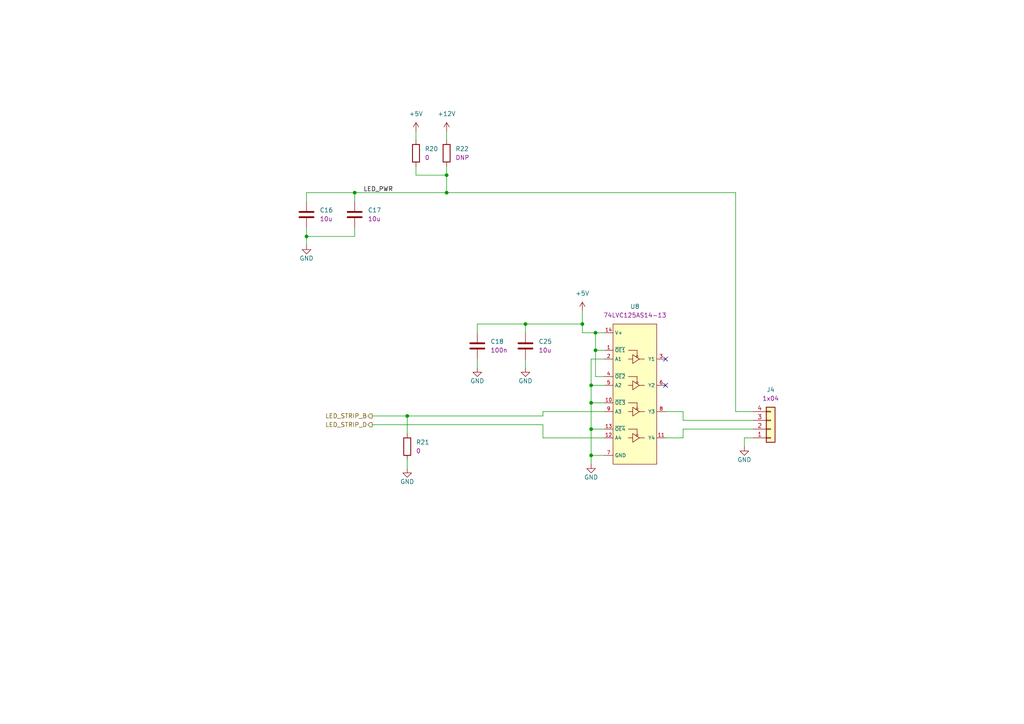
<source format=kicad_sch>
(kicad_sch (version 20230121) (generator eeschema)
  (paper "A4")
  (title_block (title "Gear Display Board") (date "2023-01-05") (rev "2.0") (company "Kallio Designs Oy") (comment 1 "Teemu Latonen") (comment 2 "000064") (comment 3 "000065"))
  (lib_symbols
    (symbol "KD_Capacitor:C_0603_100n_X7R_100V" (pin_numbers hide) (pin_names hide)
      (property "Reference" "C" (at 2.54 1.27 0))
      (property "Code" "100n" (at 2.54 -1.27 0))
      (symbol "C_0603_100n_X7R_100V_0_1"
        (polyline (pts (xy -2.032 -0.762) (xy 2.032 -0.762)) (stroke (width 0.508)))
        (polyline (pts (xy -2.032 0.762) (xy 2.032 0.762)) (stroke (width 0.508)))
      )
      (symbol "C_0603_100n_X7R_100V_1_1"
        (pin passive line (at 0 3.81 270) (length 2.794) (name "~") (number "1"))
        (pin passive line (at 0 -3.81 90) (length 2.794) (name "~") (number "2"))
      )
    )
    (symbol "KD_Capacitor:C_1206_10u_X5R_50V_automotive" (pin_numbers hide) (pin_names hide)
      (property "Reference" "C" (at 2.54 1.27 0))
      (property "Code" "10u" (at 2.54 -1.27 0))
      (symbol "C_1206_10u_X5R_50V_automotive_0_1"
        (polyline (pts (xy -2.032 -0.762) (xy 2.032 -0.762)) (stroke (width 0.508)))
        (polyline (pts (xy -2.032 0.762) (xy 2.032 0.762)) (stroke (width 0.508)))
      )
      (symbol "C_1206_10u_X5R_50V_automotive_1_1"
        (pin passive line (at 0 3.81 270) (length 2.794) (name "~") (number "1"))
        (pin passive line (at 0 -3.81 90) (length 2.794) (name "~") (number "2"))
      )
    )
    (symbol "KD_Connector_Screw:Con_Screw_1x04_691313510004" (pin_names hide)
      (property "Reference" "J" (at 7.366 -0.127 0))
      (property "Code" "1x04" (at 7.366 -2.667 0))
      (symbol "Con_Screw_1x04_691313510004_1_1"
        (rectangle (start 3.81 -7.493) (end 5.08 -7.747) (stroke (width 0.1524)))
        (rectangle (start 3.81 -4.953) (end 5.08 -5.207) (stroke (width 0.1524)))
        (rectangle (start 3.81 -2.413) (end 5.08 -2.667) (stroke (width 0.1524)))
        (rectangle (start 3.81 0.127) (end 5.08 -0.127) (stroke (width 0.1524)))
        (rectangle (start 3.81 1.27) (end 6.35 -8.89) (stroke (width 0.254)) (fill (type background)))
        (pin passive line (at 0 0 0) (length 3.81) (name "Pin_1") (number "1"))
        (pin passive line (at 0 -2.54 0) (length 3.81) (name "Pin_2") (number "2"))
        (pin passive line (at 0 -5.08 0) (length 3.81) (name "Pin_3") (number "3"))
        (pin passive line (at 0 -7.62 0) (length 3.81) (name "Pin_4") (number "4"))
      )
    )
    (symbol "KD_IC_Buffer_Driver_Interface:Buffer_74LVC125AS14-13_DIODES"
      (property "Reference" "U" (at 8.89 6.985 0))
      (property "Code" "74LVC125AS14-13" (at 8.89 4.445 0))
      (symbol "Buffer_74LVC125AS14-13_DIODES_0_1"
        (rectangle (start 2.54 2.54) (end 15.24 -38.1) (fill (type background)))
      )
      (symbol "Buffer_74LVC125AS14-13_DIODES_1_0"
        (polyline (pts (xy 6.985 -27.94) (xy 9.525 -27.94)))
        (polyline (pts (xy 6.985 -20.32) (xy 9.525 -20.32)))
        (polyline (pts (xy 6.985 -12.7) (xy 9.525 -12.7)))
        (polyline (pts (xy 6.985 -5.08) (xy 9.525 -5.08)))
        (polyline (pts (xy 8.255 -31.75) (xy 10.16 -30.48)))
        (polyline (pts (xy 8.255 -30.48) (xy 6.985 -30.48)))
        (polyline (pts (xy 8.255 -29.21) (xy 8.255 -31.75)))
        (polyline (pts (xy 8.255 -24.13) (xy 10.16 -22.86)))
        (polyline (pts (xy 8.255 -22.86) (xy 6.985 -22.86)))
        (polyline (pts (xy 8.255 -21.59) (xy 8.255 -24.13)))
        (polyline (pts (xy 8.255 -16.51) (xy 10.16 -15.24)))
        (polyline (pts (xy 8.255 -15.24) (xy 6.985 -15.24)))
        (polyline (pts (xy 8.255 -13.97) (xy 8.255 -16.51)))
        (polyline (pts (xy 8.255 -8.89) (xy 10.16 -7.62)))
        (polyline (pts (xy 8.255 -7.62) (xy 6.985 -7.62)))
        (polyline (pts (xy 8.255 -6.35) (xy 8.255 -8.89)))
        (polyline (pts (xy 9.525 -27.94) (xy 9.525 -29.464)))
        (polyline (pts (xy 9.525 -20.32) (xy 9.525 -21.844)))
        (polyline (pts (xy 9.525 -12.7) (xy 9.525 -14.224)))
        (polyline (pts (xy 9.525 -5.08) (xy 9.525 -6.604)))
        (polyline (pts (xy 10.16 -30.48) (xy 8.255 -29.21)))
        (polyline (pts (xy 10.16 -30.48) (xy 11.684 -30.48)))
        (polyline (pts (xy 10.16 -22.86) (xy 8.255 -21.59)))
        (polyline (pts (xy 10.16 -22.86) (xy 11.684 -22.86)))
        (polyline (pts (xy 10.16 -15.24) (xy 8.255 -13.97)))
        (polyline (pts (xy 10.16 -15.24) (xy 11.684 -15.24)))
        (polyline (pts (xy 10.16 -7.62) (xy 8.255 -6.35)))
        (polyline (pts (xy 10.16 -7.62) (xy 11.684 -7.62)))
      )
      (symbol "Buffer_74LVC125AS14-13_DIODES_1_1"
        (circle (center 9.525 -29.718) (radius 0.254))
        (circle (center 9.525 -22.098) (radius 0.254))
        (circle (center 9.525 -14.478) (radius 0.254))
        (circle (center 9.525 -6.858) (radius 0.254))
        (pin input line (at 0 -5.08 0) (length 2.54) (name "~{OE1}") (number "1"))
        (pin input line (at 0 -20.32 0) (length 2.54) (name "~{OE3}") (number "10"))
        (pin tri_state line (at 17.78 -30.48 180) (length 2.54) (name "Y4") (number "11"))
        (pin input line (at 0 -30.48 0) (length 2.54) (name "A4") (number "12"))
        (pin input line (at 0 -27.94 0) (length 2.54) (name "~{OE4}") (number "13"))
        (pin bidirectional line (at 0 0 0) (length 2.54) (name "V+") (number "14"))
        (pin input line (at 0 -7.62 0) (length 2.54) (name "A1") (number "2"))
        (pin tri_state line (at 17.78 -7.62 180) (length 2.54) (name "Y1") (number "3"))
        (pin input line (at 0 -12.7 0) (length 2.54) (name "~{OE2}") (number "4"))
        (pin input line (at 0 -15.24 0) (length 2.54) (name "A2") (number "5"))
        (pin tri_state line (at 17.78 -15.24 180) (length 2.54) (name "Y2") (number "6"))
        (pin input line (at 0 -35.56 0) (length 2.54) (name "GND") (number "7"))
        (pin tri_state line (at 17.78 -22.86 180) (length 2.54) (name "Y3") (number "8"))
        (pin input line (at 0 -22.86 0) (length 2.54) (name "A3") (number "9"))
      )
    )
    (symbol "KD_Resistor:R_0805_0_automotive" (pin_numbers hide) (pin_names hide)
      (property "Reference" "R" (at 1.905 1.27 0))
      (property "Code" "0" (at 1.905 -1.27 0))
      (symbol "R_0805_0_automotive_0_1"
        (rectangle (start -1.016 -2.54) (end 1.016 2.54) (stroke (width 0.254)))
      )
      (symbol "R_0805_0_automotive_1_1"
        (pin passive line (at 0 3.81 270) (length 1.27) (name "~") (number "1"))
        (pin passive line (at 0 -3.81 90) (length 1.27) (name "~") (number "2"))
      )
    )
    (symbol "KD_Resistor:R_0805_DNP" (pin_numbers hide) (pin_names hide)
      (property "Reference" "R" (at 1.905 1.27 0))
      (property "Code" "DNP" (at 1.905 -1.27 0))
      (symbol "R_0805_DNP_0_1"
        (rectangle (start -1.016 -2.54) (end 1.016 2.54) (stroke (width 0.254)))
      )
      (symbol "R_0805_DNP_1_1"
        (pin passive line (at 0 3.81 270) (length 1.27) (name "~") (number "1"))
        (pin passive line (at 0 -3.81 90) (length 1.27) (name "~") (number "2"))
      )
    )
    (symbol "power:+12V" (power) (pin_names (offset 0))
      (property "Value" "+12V" (at 0 3.556 0))
      (symbol "+12V_0_1"
        (polyline (pts (xy -0.762 1.27) (xy 0 2.54)))
        (polyline (pts (xy 0 0) (xy 0 2.54)))
        (polyline (pts (xy 0 2.54) (xy 0.762 1.27)))
      )
      (symbol "+12V_1_1"
        (pin power_in line (at 0 0 90) (length 0) hide (name "+12V") (number "1"))
      )
    )
    (symbol "power:+5V" (power) (pin_names (offset 0))
      (property "Value" "+5V" (at 0 3.556 0))
      (symbol "+5V_0_1"
        (polyline (pts (xy -0.762 1.27) (xy 0 2.54)))
        (polyline (pts (xy 0 0) (xy 0 2.54)))
        (polyline (pts (xy 0 2.54) (xy 0.762 1.27)))
      )
      (symbol "+5V_1_1"
        (pin power_in line (at 0 0 90) (length 0) hide (name "+5V") (number "1"))
      )
    )
    (symbol "power:GND" (power) (pin_names (offset 0))
      (property "Value" "GND" (at 0 -3.81 0))
      (symbol "GND_0_1"
        (polyline (pts (xy 0 0) (xy 0 -1.27) (xy 1.27 -1.27) (xy 0 -2.54) (xy -1.27 -1.27) (xy 0 -1.27)))
      )
      (symbol "GND_1_1"
        (pin power_in line (at 0 0 270) (length 0) hide (name "GND") (number "1"))
      )
    )
  )
  (junction (at 171.45 132.08))
  (junction (at 172.72 101.6))
  (junction (at 171.45 124.46))
  (junction (at 152.4 93.98))
  (junction (at 118.11 120.65))
  (junction (at 172.72 96.52))
  (junction (at 171.45 116.84))
  (junction (at 171.45 111.76))
  (junction (at 168.91 93.98))
  (junction (at 129.54 55.88))
  (junction (at 102.87 55.88))
  (junction (at 129.54 50.8))
  (junction (at 88.9 68.58))
  (no_connect (at 193.04 104.14))
  (no_connect (at 193.04 111.76))
  (wire (pts (xy 129.54 38.1) (xy 129.54 40.64)))
  (wire (pts (xy 198.12 119.38) (xy 198.12 121.92)))
  (wire (pts (xy 171.45 116.84) (xy 175.26 116.84)))
  (wire (pts (xy 102.87 55.88) (xy 102.87 58.42)))
  (wire (pts (xy 157.48 127) (xy 175.26 127)))
  (wire (pts (xy 120.65 50.8) (xy 129.54 50.8)))
  (wire (pts (xy 171.45 104.14) (xy 171.45 111.76)))
  (wire (pts (xy 120.65 48.26) (xy 120.65 50.8)))
  (wire (pts (xy 88.9 58.42) (xy 88.9 55.88)))
  (wire (pts (xy 152.4 104.14) (xy 152.4 106.68)))
  (wire (pts (xy 88.9 66.04) (xy 88.9 68.58)))
  (wire (pts (xy 198.12 124.46) (xy 198.12 127)))
  (wire (pts (xy 88.9 55.88) (xy 102.87 55.88)))
  (wire (pts (xy 171.45 132.08) (xy 171.45 134.62)))
  (wire (pts (xy 175.26 104.14) (xy 171.45 104.14)))
  (wire (pts (xy 218.44 127) (xy 215.9 127)))
  (wire (pts (xy 107.95 120.65) (xy 118.11 120.65)))
  (wire (pts (xy 171.45 124.46) (xy 171.45 132.08)))
  (wire (pts (xy 129.54 48.26) (xy 129.54 50.8)))
  (wire (pts (xy 218.44 119.38) (xy 213.36 119.38)))
  (wire (pts (xy 157.48 123.19) (xy 157.48 127)))
  (wire (pts (xy 198.12 127) (xy 193.04 127)))
  (wire (pts (xy 175.26 96.52) (xy 172.72 96.52)))
  (wire (pts (xy 88.9 68.58) (xy 102.87 68.58)))
  (wire (pts (xy 175.26 111.76) (xy 171.45 111.76)))
  (wire (pts (xy 102.87 66.04) (xy 102.87 68.58)))
  (wire (pts (xy 171.45 124.46) (xy 175.26 124.46)))
  (wire (pts (xy 118.11 133.35) (xy 118.11 135.89)))
  (wire (pts (xy 193.04 119.38) (xy 198.12 119.38)))
  (wire (pts (xy 118.11 120.65) (xy 118.11 125.73)))
  (wire (pts (xy 171.45 116.84) (xy 171.45 124.46)))
  (wire (pts (xy 118.11 120.65) (xy 157.48 120.65)))
  (wire (pts (xy 218.44 124.46) (xy 198.12 124.46)))
  (wire (pts (xy 172.72 96.52) (xy 172.72 101.6)))
  (wire (pts (xy 152.4 93.98) (xy 138.43 93.98)))
  (wire (pts (xy 129.54 50.8) (xy 129.54 55.88)))
  (wire (pts (xy 138.43 93.98) (xy 138.43 96.52)))
  (wire (pts (xy 172.72 96.52) (xy 168.91 96.52)))
  (wire (pts (xy 175.26 101.6) (xy 172.72 101.6)))
  (wire (pts (xy 152.4 93.98) (xy 168.91 93.98)))
  (wire (pts (xy 198.12 121.92) (xy 218.44 121.92)))
  (wire (pts (xy 175.26 109.22) (xy 172.72 109.22)))
  (wire (pts (xy 157.48 119.38) (xy 157.48 120.65)))
  (wire (pts (xy 107.95 123.19) (xy 157.48 123.19)))
  (wire (pts (xy 213.36 55.88) (xy 129.54 55.88)))
  (wire (pts (xy 213.36 119.38) (xy 213.36 55.88)))
  (wire (pts (xy 172.72 101.6) (xy 172.72 109.22)))
  (wire (pts (xy 171.45 111.76) (xy 171.45 116.84)))
  (wire (pts (xy 175.26 132.08) (xy 171.45 132.08)))
  (wire (pts (xy 152.4 96.52) (xy 152.4 93.98)))
  (wire (pts (xy 120.65 38.1) (xy 120.65 40.64)))
  (wire (pts (xy 215.9 127) (xy 215.9 129.54)))
  (wire (pts (xy 102.87 55.88) (xy 129.54 55.88)))
  (wire (pts (xy 88.9 68.58) (xy 88.9 71.12)))
  (wire (pts (xy 168.91 96.52) (xy 168.91 93.98)))
  (wire (pts (xy 168.91 93.98) (xy 168.91 90.17)))
  (wire (pts (xy 138.43 104.14) (xy 138.43 106.68)))
  (wire (pts (xy 175.26 119.38) (xy 157.48 119.38)))
  (label "LED_PWR" (at 105.41 55.88 0))
  (hierarchical_label "LED_STRIP_B" (shape output) (at 107.95 120.65 180))
  (hierarchical_label "LED_STRIP_D" (shape output) (at 107.95 123.19 180))
  (symbol (lib_id "KD_Resistor:R_0805_DNP") (at 129.54 44.45 0) (unit 1)
    (property "Reference" "R22" (at 132.08 43.1799 0) (effects (justify left)))
    (property "Value" "R_0805_DNP" (effects hide))
    (property "Footprint" "KD_Resistor:RESC2012X60N_DNP" (effects hide))
    (property "Datasheet" "https://www.seielect.com/catalog/sei-rmcf_rmcp.pdf" (effects hide))
    (property "Code" "DNP" (at 132.08 45.7199 0) (effects (justify left)))
    (property "Manufacturer" "DNP" (effects hide))
    (property "MFG_PartNo" "DNP" (effects hide))
    (property "Supplier" "DNP" (effects hide))
    (property "Supplier_PartNo" "DNP" (effects hide))
    (property "DNP" "T" (effects hide))
    (property "Price" "0.00" (effects hide))
  )
  (symbol (lib_id "KD_Capacitor:C_1206_10u_X5R_50V_automotive") (at 88.9 62.23 0) (unit 1)
    (property "Reference" "C16" (at 92.71 60.9599 0) (effects (justify left)))
    (property "Value" "C_1206_10u_X5R_50V_automotive" (effects hide))
    (property "Footprint" "KD_Capacitor:CAPC3216X150N" (effects hide))
    (property "Datasheet" "https://search.murata.co.jp/Ceramy/image/img/A01X/G101/ENG/GRT31CR61H106ME01-01.pdf" (effects hide))
    (property "Code" "10u" (at 92.71 63.4999 0) (effects (justify left)))
    (property "Manufacturer" "Murata Electronics" (effects hide))
    (property "MFG_PartNo" "GRT31CR61H106ME01L" (effects hide))
    (property "Supplier" "Digi-Key" (effects hide))
    (property "Supplier_PartNo" "490-12457-1-ND" (effects hide))
    (property "DNP" "F" (effects hide))
    (property "Price" "0.30" (effects hide))
  )
  (symbol (lib_id "power:+5V") (at 120.65 38.1 0) (unit 1)
    (property "Reference" "#PWR0125" (effects hide))
    (property "Value" "+5V" (at 120.65 33.02 0))
  )
  (symbol (lib_id "KD_Resistor:R_0805_0_automotive") (at 118.11 129.54 0) (unit 1)
    (property "Reference" "R21" (at 120.65 128.2699 0) (effects (justify left)))
    (property "Value" "R_0805_0_automotive" (effects hide))
    (property "Footprint" "KD_Resistor:RESC2012X60N" (effects hide))
    (property "Datasheet" "https://www.seielect.com/catalog/sei-rmcf_rmcp.pdf" (effects hide))
    (property "Code" "0" (at 120.65 130.8099 0) (effects (justify left)))
    (property "Manufacturer" "Stackpole Electronics Inc" (effects hide))
    (property "MFG_PartNo" "RMCF0805ZT0R00" (effects hide))
    (property "Supplier" "Digi-Key" (effects hide))
    (property "Supplier_PartNo" "RMCF0805ZT0R00CT-ND" (effects hide))
    (property "DNP" "F" (effects hide))
    (property "Price" "0.01" (effects hide))
  )
  (symbol (lib_id "power:GND") (at 171.45 134.62 0) (unit 1)
    (property "Reference" "#PWR0122" (effects hide))
    (property "Value" "GND" (at 171.45 138.43 0))
  )
  (symbol (lib_id "power:GND") (at 118.11 135.89 0) (unit 1)
    (property "Reference" "#PWR0123" (effects hide))
    (property "Value" "GND" (at 118.11 139.7 0))
  )
  (symbol (lib_id "KD_Connector_Screw:Con_Screw_1x04_691313510004") (at 218.44 127 0) (mirror x) (unit 1)
    (property "Reference" "J4" (at 223.52 113.03 0))
    (property "Value" "Con_Screw_1x04_691313510004" (effects hide))
    (property "Footprint" "KD_Connector_Screw:CON_508_1X04_691313510004_Mated" (effects hide))
    (property "Datasheet" "https://www.we-online.com/katalog/datasheet/6913135100xx.pdf" (effects hide))
    (property "Code" "1x04" (at 223.52 115.57 0))
    (property "Manufacturer" "Würth Elektronik" (effects hide))
    (property "MFG_PartNo" "691313510004" (effects hide))
    (property "Supplier" "Digi-Key" (effects hide))
    (property "Supplier_PartNo" "732-2072-ND" (effects hide))
    (property "DNP" "F" (effects hide))
    (property "Price" "0.3" (effects hide))
  )
  (symbol (lib_id "KD_IC_Buffer_Driver_Interface:Buffer_74LVC125AS14-13_DIODES") (at 175.26 96.52 0) (unit 1)
    (property "Reference" "U8" (at 184.15 88.9 0))
    (property "Value" "Buffer_74LVC125AS14-13_DIODES" (effects hide))
    (property "Footprint" "KD_Package_SO:SOIC127P600X175-14N" (effects hide))
    (property "Datasheet" "https://www.diodes.com/assets/Datasheets/74LVC125A.pdf" (effects hide))
    (property "Code" "74LVC125AS14-13" (at 184.15 91.44 0))
    (property "Manufacturer" "Diodes Incorporated" (effects hide))
    (property "MFG_PartNo" "74LVC125AS14-13" (effects hide))
    (property "Supplier" "Digi-Key" (effects hide))
    (property "Supplier_PartNo" "74LVC125AS14-13DICT-ND" (effects hide))
    (property "DNP" "F" (effects hide))
    (property "Price" "0.4" (effects hide))
  )
  (symbol (lib_id "KD_Capacitor:C_1206_10u_X5R_50V_automotive") (at 152.4 100.33 0) (unit 1)
    (property "Reference" "C25" (at 156.21 99.0599 0) (effects (justify left)))
    (property "Value" "C_1206_10u_X5R_50V_automotive" (effects hide))
    (property "Footprint" "KD_Capacitor:CAPC3216X150N" (effects hide))
    (property "Datasheet" "https://search.murata.co.jp/Ceramy/image/img/A01X/G101/ENG/GRT31CR61H106ME01-01.pdf" (effects hide))
    (property "Code" "10u" (at 156.21 101.5999 0) (effects (justify left)))
    (property "Manufacturer" "Murata Electronics" (effects hide))
    (property "MFG_PartNo" "GRT31CR61H106ME01L" (effects hide))
    (property "Supplier" "Digi-Key" (effects hide))
    (property "Supplier_PartNo" "490-12457-1-ND" (effects hide))
    (property "DNP" "F" (effects hide))
    (property "Price" "0.30" (effects hide))
  )
  (symbol (lib_id "power:GND") (at 215.9 129.54 0) (unit 1)
    (property "Reference" "#PWR06" (effects hide))
    (property "Value" "GND" (at 215.9 133.35 0))
  )
  (symbol (lib_id "power:+12V") (at 129.54 38.1 0) (unit 1)
    (property "Reference" "#PWR0126" (effects hide))
    (property "Value" "+12V" (at 129.54 33.02 0))
  )
  (symbol (lib_id "KD_Capacitor:C_0603_100n_X7R_100V") (at 138.43 100.33 0) (unit 1)
    (property "Reference" "C18" (at 142.24 99.0599 0) (effects (justify left)))
    (property "Value" "C_0603_100n_X7R_100V" (effects hide))
    (property "Footprint" "KD_Capacitor:CAPC1608X90N" (effects hide))
    (property "Datasheet" "https://media.digikey.com/pdf/Data%20Sheets/Samsung%20PDFs/CL10B104KC8NNNC_Spec.pdf" (effects hide))
    (property "Code" "100n" (at 142.24 101.5999 0) (effects (justify left)))
    (property "Manufacturer" "Samsung Electro-Mechanics" (effects hide))
    (property "MFG_PartNo" "CL10B104KC8NNNC" (effects hide))
    (property "Supplier" "Digi-Key" (effects hide))
    (property "Supplier_PartNo" "1276-6807-1-ND" (effects hide))
    (property "DNP" "F" (effects hide))
    (property "Price" "0.03" (effects hide))
  )
  (symbol (lib_id "power:GND") (at 152.4 106.68 0) (unit 1)
    (property "Reference" "#PWR03" (effects hide))
    (property "Value" "GND" (at 152.4 110.49 0))
  )
  (symbol (lib_id "KD_Resistor:R_0805_0_automotive") (at 120.65 44.45 0) (unit 1)
    (property "Reference" "R20" (at 123.19 43.1799 0) (effects (justify left)))
    (property "Value" "R_0805_0_automotive" (effects hide))
    (property "Footprint" "KD_Resistor:RESC2012X60N" (effects hide))
    (property "Datasheet" "https://www.seielect.com/catalog/sei-rmcf_rmcp.pdf" (effects hide))
    (property "Code" "0" (at 123.19 45.7199 0) (effects (justify left)))
    (property "Manufacturer" "Stackpole Electronics Inc" (effects hide))
    (property "MFG_PartNo" "RMCF0805ZT0R00" (effects hide))
    (property "Supplier" "Digi-Key" (effects hide))
    (property "Supplier_PartNo" "RMCF0805ZT0R00CT-ND" (effects hide))
    (property "DNP" "F" (effects hide))
    (property "Price" "0.01" (effects hide))
  )
  (symbol (lib_id "power:GND") (at 88.9 71.12 0) (unit 1)
    (property "Reference" "#PWR0124" (effects hide))
    (property "Value" "GND" (at 88.9 74.93 0))
  )
  (symbol (lib_id "power:+5V") (at 168.91 90.17 0) (unit 1)
    (property "Reference" "#PWR05" (effects hide))
    (property "Value" "+5V" (at 168.91 85.09 0))
  )
  (symbol (lib_id "KD_Capacitor:C_1206_10u_X5R_50V_automotive") (at 102.87 62.23 0) (unit 1)
    (property "Reference" "C17" (at 106.68 60.9599 0) (effects (justify left)))
    (property "Value" "C_1206_10u_X5R_50V_automotive" (effects hide))
    (property "Footprint" "KD_Capacitor:CAPC3216X150N" (effects hide))
    (property "Datasheet" "https://search.murata.co.jp/Ceramy/image/img/A01X/G101/ENG/GRT31CR61H106ME01-01.pdf" (effects hide))
    (property "Code" "10u" (at 106.68 63.4999 0) (effects (justify left)))
    (property "Manufacturer" "Murata Electronics" (effects hide))
    (property "MFG_PartNo" "GRT31CR61H106ME01L" (effects hide))
    (property "Supplier" "Digi-Key" (effects hide))
    (property "Supplier_PartNo" "490-12457-1-ND" (effects hide))
    (property "DNP" "F" (effects hide))
    (property "Price" "0.30" (effects hide))
  )
  (symbol (lib_id "power:GND") (at 138.43 106.68 0) (unit 1)
    (property "Reference" "#PWR01" (effects hide))
    (property "Value" "GND" (at 138.43 110.49 0))
  )
)
</source>
